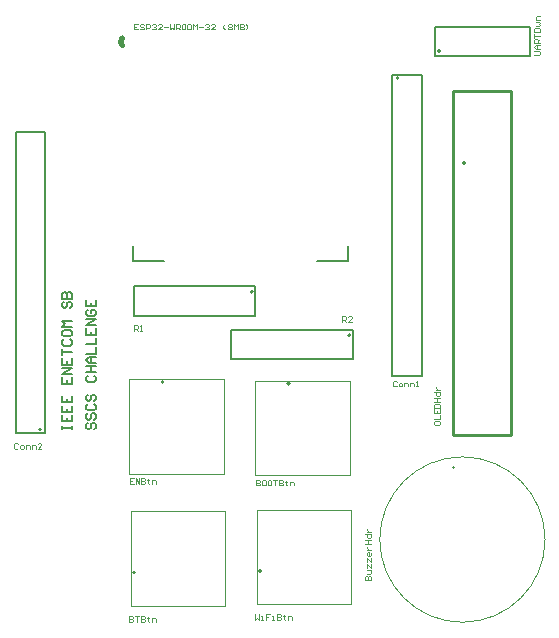
<source format=gto>
G04*
G04 #@! TF.GenerationSoftware,Altium Limited,Altium Designer,23.1.1 (15)*
G04*
G04 Layer_Color=65535*
%FSLAX44Y44*%
%MOMM*%
G71*
G04*
G04 #@! TF.SameCoordinates,A58621D0-7F8E-4CF1-AD1D-3CF83AC58B01*
G04*
G04*
G04 #@! TF.FilePolarity,Positive*
G04*
G01*
G75*
%ADD10C,0.1270*%
%ADD11C,0.1000*%
%ADD12C,0.5080*%
%ADD13C,0.2540*%
%ADD14C,0.1524*%
%ADD15C,0.2000*%
D10*
X956040Y1464310D02*
G03*
X956040Y1464310I-1000J0D01*
G01*
X807450Y1277620D02*
G03*
X807450Y1277620I-1000J0D01*
G01*
X700770Y1278890D02*
G03*
X700770Y1278890I-1000J0D01*
G01*
X783320Y1118870D02*
G03*
X783320Y1118870I-1000J0D01*
G01*
X676640Y1117600D02*
G03*
X676640Y1117600I-1000J0D01*
G01*
X597010Y1238850D02*
G03*
X597010Y1238850I-1000J0D01*
G01*
X899780Y1536100D02*
G03*
X899780Y1536100I-1000J0D01*
G01*
X858920Y1318640D02*
G03*
X858920Y1318640I-1000J0D01*
G01*
X776370Y1355470D02*
G03*
X776370Y1355470I-1000J0D01*
G01*
X935050Y1559180D02*
G03*
X935050Y1559180I-1000J0D01*
G01*
X575510Y1235750D02*
X600510D01*
X575510D02*
Y1490980D01*
X600510Y1235750D02*
Y1490980D01*
X575510D02*
X600510D01*
X894280Y1283970D02*
X919280D01*
X894280D02*
Y1539200D01*
X919280Y1283970D02*
Y1539200D01*
X894280D02*
X919280D01*
X758190Y1323140D02*
X861020D01*
X758190Y1298140D02*
Y1323140D01*
Y1298140D02*
X861020D01*
Y1323140D01*
X778470Y1334970D02*
Y1359970D01*
X675640Y1334970D02*
X778470D01*
X675640D02*
Y1359970D01*
X778470D01*
X1010920Y1554680D02*
Y1579680D01*
X930950Y1554680D02*
Y1579680D01*
X1010920D01*
X930950Y1554680D02*
X1010920D01*
D11*
X947150Y1206500D02*
G03*
X947150Y1206500I-1000J0D01*
G01*
X1023770Y1145540D02*
G03*
X1023770Y1145540I-70000J0D01*
G01*
X778510Y1280150D02*
X858510D01*
X778510Y1200150D02*
X858510D01*
Y1280150D01*
X778510Y1200150D02*
Y1280150D01*
X671830Y1281420D02*
X751830D01*
X671830Y1201420D02*
X751830D01*
Y1281420D01*
X671830Y1201420D02*
Y1281420D01*
X779790Y1090930D02*
Y1170930D01*
X859790Y1090930D02*
Y1170930D01*
X779790D02*
X859790D01*
X779790Y1090930D02*
X859790D01*
X673110Y1089660D02*
Y1169660D01*
X753110Y1089660D02*
Y1169660D01*
X673110D02*
X753110D01*
X673110Y1089660D02*
X753110D01*
X871261Y1111597D02*
X876259D01*
Y1114096D01*
X875426Y1114929D01*
X874593D01*
X873760Y1114096D01*
Y1111597D01*
Y1114096D01*
X872927Y1114929D01*
X872094D01*
X871261Y1114096D01*
Y1111597D01*
X872927Y1116595D02*
X875426D01*
X876259Y1117428D01*
Y1119928D01*
X872927D01*
Y1121594D02*
Y1124926D01*
X876259Y1121594D01*
Y1124926D01*
X872927Y1126592D02*
Y1129924D01*
X876259Y1126592D01*
Y1129924D01*
Y1134090D02*
Y1132423D01*
X875426Y1131590D01*
X873760D01*
X872927Y1132423D01*
Y1134090D01*
X873760Y1134923D01*
X874593D01*
Y1131590D01*
X872927Y1136589D02*
X876259D01*
X874593D01*
X873760Y1137422D01*
X872927Y1138255D01*
Y1139088D01*
X871261Y1141587D02*
X876259D01*
X873760D01*
Y1144919D01*
X871261D01*
X876259D01*
X871261Y1149918D02*
X876259D01*
Y1147419D01*
X875426Y1146585D01*
X873760D01*
X872927Y1147419D01*
Y1149918D01*
Y1151584D02*
X876259D01*
X874593D01*
X873760Y1152417D01*
X872927Y1153250D01*
Y1154083D01*
X671576Y1080942D02*
Y1075944D01*
X674075D01*
X674908Y1076777D01*
Y1077610D01*
X674075Y1078443D01*
X671576D01*
X674075D01*
X674908Y1079276D01*
Y1080109D01*
X674075Y1080942D01*
X671576D01*
X676574D02*
X679907D01*
X678241D01*
Y1075944D01*
X681573Y1080942D02*
Y1075944D01*
X684072D01*
X684905Y1076777D01*
Y1077610D01*
X684072Y1078443D01*
X681573D01*
X684072D01*
X684905Y1079276D01*
Y1080109D01*
X684072Y1080942D01*
X681573D01*
X687404Y1080109D02*
Y1079276D01*
X686571D01*
X688237D01*
X687404D01*
Y1076777D01*
X688237Y1075944D01*
X690736D02*
Y1079276D01*
X693236D01*
X694069Y1078443D01*
Y1075944D01*
X778256Y1082212D02*
Y1077214D01*
X779922Y1078880D01*
X781588Y1077214D01*
Y1082212D01*
X783254Y1077214D02*
X784921D01*
X784087D01*
Y1080546D01*
X783254D01*
X790752Y1082212D02*
X787420D01*
Y1079713D01*
X789086D01*
X787420D01*
Y1077214D01*
X792418D02*
X794084D01*
X793251D01*
Y1080546D01*
X792418D01*
X796583Y1082212D02*
Y1077214D01*
X799083D01*
X799916Y1078047D01*
Y1078880D01*
X799083Y1079713D01*
X796583D01*
X799083D01*
X799916Y1080546D01*
Y1081379D01*
X799083Y1082212D01*
X796583D01*
X802415Y1081379D02*
Y1080546D01*
X801582D01*
X803248D01*
X802415D01*
Y1078047D01*
X803248Y1077214D01*
X805747D02*
Y1080546D01*
X808246D01*
X809079Y1079713D01*
Y1077214D01*
X679331Y1582379D02*
X675999D01*
Y1577381D01*
X679331D01*
X675999Y1579880D02*
X677665D01*
X684330Y1581546D02*
X683497Y1582379D01*
X681830D01*
X680997Y1581546D01*
Y1580713D01*
X681830Y1579880D01*
X683497D01*
X684330Y1579047D01*
Y1578214D01*
X683497Y1577381D01*
X681830D01*
X680997Y1578214D01*
X685996Y1577381D02*
Y1582379D01*
X688495D01*
X689328Y1581546D01*
Y1579880D01*
X688495Y1579047D01*
X685996D01*
X690994Y1581546D02*
X691827Y1582379D01*
X693493D01*
X694326Y1581546D01*
Y1580713D01*
X693493Y1579880D01*
X692660D01*
X693493D01*
X694326Y1579047D01*
Y1578214D01*
X693493Y1577381D01*
X691827D01*
X690994Y1578214D01*
X699325Y1577381D02*
X695993D01*
X699325Y1580713D01*
Y1581546D01*
X698492Y1582379D01*
X696825D01*
X695993Y1581546D01*
X700991Y1579880D02*
X704323D01*
X705989Y1582379D02*
Y1577381D01*
X707655Y1579047D01*
X709321Y1577381D01*
Y1582379D01*
X710988Y1577381D02*
Y1582379D01*
X713487D01*
X714320Y1581546D01*
Y1579880D01*
X713487Y1579047D01*
X710988D01*
X712654D02*
X714320Y1577381D01*
X718485Y1582379D02*
X716819D01*
X715986Y1581546D01*
Y1578214D01*
X716819Y1577381D01*
X718485D01*
X719318Y1578214D01*
Y1581546D01*
X718485Y1582379D01*
X723484D02*
X721817D01*
X720984Y1581546D01*
Y1578214D01*
X721817Y1577381D01*
X723484D01*
X724316Y1578214D01*
Y1581546D01*
X723484Y1582379D01*
X725983Y1577381D02*
Y1582379D01*
X727649Y1580713D01*
X729315Y1582379D01*
Y1577381D01*
X730981Y1579880D02*
X734313D01*
X735979Y1581546D02*
X736812Y1582379D01*
X738479D01*
X739312Y1581546D01*
Y1580713D01*
X738479Y1579880D01*
X737645D01*
X738479D01*
X739312Y1579047D01*
Y1578214D01*
X738479Y1577381D01*
X736812D01*
X735979Y1578214D01*
X744310Y1577381D02*
X740978D01*
X744310Y1580713D01*
Y1581546D01*
X743477Y1582379D01*
X741811D01*
X740978Y1581546D01*
X752641Y1577381D02*
X750975Y1579047D01*
Y1580713D01*
X752641Y1582379D01*
X755140Y1581546D02*
X755973Y1582379D01*
X757639D01*
X758472Y1581546D01*
Y1580713D01*
X757639Y1579880D01*
X758472Y1579047D01*
Y1578214D01*
X757639Y1577381D01*
X755973D01*
X755140Y1578214D01*
Y1579047D01*
X755973Y1579880D01*
X755140Y1580713D01*
Y1581546D01*
X755973Y1579880D02*
X757639D01*
X760138Y1577381D02*
Y1582379D01*
X761804Y1580713D01*
X763470Y1582379D01*
Y1577381D01*
X765136Y1582379D02*
Y1577381D01*
X767636D01*
X768469Y1578214D01*
Y1579047D01*
X767636Y1579880D01*
X765136D01*
X767636D01*
X768469Y1580713D01*
Y1581546D01*
X767636Y1582379D01*
X765136D01*
X770135Y1577381D02*
X771801Y1579047D01*
Y1580713D01*
X770135Y1582379D01*
X675346Y1197569D02*
X672014D01*
Y1192571D01*
X675346D01*
X672014Y1195070D02*
X673680D01*
X677012Y1192571D02*
Y1197569D01*
X680344Y1192571D01*
Y1197569D01*
X682010D02*
Y1192571D01*
X684510D01*
X685343Y1193404D01*
Y1194237D01*
X684510Y1195070D01*
X682010D01*
X684510D01*
X685343Y1195903D01*
Y1196736D01*
X684510Y1197569D01*
X682010D01*
X687842Y1196736D02*
Y1195903D01*
X687009D01*
X688675D01*
X687842D01*
Y1193404D01*
X688675Y1192571D01*
X691174D02*
Y1195903D01*
X693673D01*
X694506Y1195070D01*
Y1192571D01*
X778775Y1196299D02*
Y1191301D01*
X781274D01*
X782108Y1192134D01*
Y1192967D01*
X781274Y1193800D01*
X778775D01*
X781274D01*
X782108Y1194633D01*
Y1195466D01*
X781274Y1196299D01*
X778775D01*
X786273D02*
X784607D01*
X783774Y1195466D01*
Y1192134D01*
X784607Y1191301D01*
X786273D01*
X787106Y1192134D01*
Y1195466D01*
X786273Y1196299D01*
X791271D02*
X789605D01*
X788772Y1195466D01*
Y1192134D01*
X789605Y1191301D01*
X791271D01*
X792104Y1192134D01*
Y1195466D01*
X791271Y1196299D01*
X793770D02*
X797103D01*
X795436D01*
Y1191301D01*
X798769Y1196299D02*
Y1191301D01*
X801268D01*
X802101Y1192134D01*
Y1192967D01*
X801268Y1193800D01*
X798769D01*
X801268D01*
X802101Y1194633D01*
Y1195466D01*
X801268Y1196299D01*
X798769D01*
X804600Y1195466D02*
Y1194633D01*
X803767D01*
X805433D01*
X804600D01*
Y1192134D01*
X805433Y1191301D01*
X807932D02*
Y1194633D01*
X810432D01*
X811265Y1193800D01*
Y1191301D01*
X676118Y1322111D02*
Y1327109D01*
X678617D01*
X679450Y1326276D01*
Y1324610D01*
X678617Y1323777D01*
X676118D01*
X677784D02*
X679450Y1322111D01*
X681116D02*
X682782D01*
X681949D01*
Y1327109D01*
X681116Y1326276D01*
X851815Y1329731D02*
Y1334729D01*
X854314D01*
X855147Y1333896D01*
Y1332230D01*
X854314Y1331397D01*
X851815D01*
X853481D02*
X855147Y1329731D01*
X860145D02*
X856813D01*
X860145Y1333063D01*
Y1333896D01*
X859312Y1334729D01*
X857646D01*
X856813Y1333896D01*
X898012Y1279286D02*
X897179Y1280119D01*
X895513D01*
X894680Y1279286D01*
Y1275954D01*
X895513Y1275121D01*
X897179D01*
X898012Y1275954D01*
X900512Y1275121D02*
X902178D01*
X903011Y1275954D01*
Y1277620D01*
X902178Y1278453D01*
X900512D01*
X899679Y1277620D01*
Y1275954D01*
X900512Y1275121D01*
X904677D02*
Y1278453D01*
X907176D01*
X908009Y1277620D01*
Y1275121D01*
X909675D02*
Y1278453D01*
X912175D01*
X913008Y1277620D01*
Y1275121D01*
X914674D02*
X916340D01*
X915507D01*
Y1280119D01*
X914674Y1279286D01*
X929652Y1244830D02*
X929649Y1243164D01*
X930480Y1242329D01*
X933812Y1242322D01*
X934647Y1243153D01*
X934650Y1244819D01*
X933819Y1245654D01*
X930487Y1245661D01*
X929652Y1244830D01*
X929657Y1247329D02*
X934656Y1247318D01*
X934663Y1250651D01*
X929675Y1255659D02*
X929668Y1252327D01*
X934666Y1252317D01*
X934673Y1255649D01*
X932167Y1252322D02*
X932170Y1253988D01*
X929678Y1257326D02*
X934677Y1257315D01*
X934682Y1259814D01*
X933850Y1260649D01*
X930518Y1260656D01*
X929683Y1259825D01*
X929678Y1257326D01*
X929689Y1262324D02*
X934687Y1262314D01*
X932188Y1262319D01*
X932195Y1265651D01*
X929696Y1265656D01*
X934694Y1265646D01*
X929706Y1270655D02*
X934704Y1270644D01*
X934699Y1268145D01*
X933864Y1267314D01*
X932198Y1267317D01*
X931367Y1268152D01*
X931372Y1270651D01*
X931376Y1272317D02*
X934708Y1272310D01*
X933042Y1272314D01*
X932210Y1273149D01*
X931379Y1273983D01*
X931381Y1274816D01*
X1014771Y1555599D02*
X1018936D01*
X1019769Y1556432D01*
Y1558098D01*
X1018936Y1558931D01*
X1014771D01*
X1019769Y1560597D02*
X1016437D01*
X1014771Y1562263D01*
X1016437Y1563929D01*
X1019769D01*
X1017270D01*
Y1560597D01*
X1019769Y1565596D02*
X1014771D01*
Y1568095D01*
X1015604Y1568928D01*
X1017270D01*
X1018103Y1568095D01*
Y1565596D01*
Y1567262D02*
X1019769Y1568928D01*
X1014771Y1570594D02*
Y1573926D01*
Y1572260D01*
X1019769D01*
X1014771Y1575592D02*
X1019769D01*
Y1578091D01*
X1018936Y1578925D01*
X1015604D01*
X1014771Y1578091D01*
Y1575592D01*
X1016437Y1580591D02*
X1018936D01*
X1019769Y1581424D01*
X1018936Y1582257D01*
X1019769Y1583090D01*
X1018936Y1583923D01*
X1016437D01*
X1019769Y1585589D02*
X1016437D01*
Y1588088D01*
X1017270Y1588921D01*
X1019769D01*
X577372Y1226667D02*
X576539Y1227500D01*
X574873D01*
X574040Y1226667D01*
Y1223335D01*
X574873Y1222502D01*
X576539D01*
X577372Y1223335D01*
X579871Y1222502D02*
X581538D01*
X582371Y1223335D01*
Y1225001D01*
X581538Y1225834D01*
X579871D01*
X579038Y1225001D01*
Y1223335D01*
X579871Y1222502D01*
X584037D02*
Y1225834D01*
X586536D01*
X587369Y1225001D01*
Y1222502D01*
X589035D02*
Y1225834D01*
X591534D01*
X592367Y1225001D01*
Y1222502D01*
X597366D02*
X594034D01*
X597366Y1225834D01*
Y1226667D01*
X596533Y1227500D01*
X594866D01*
X594034Y1226667D01*
D12*
X665672Y1569963D02*
G03*
X665672Y1564171I2475J-2896D01*
G01*
D13*
X946150Y1525270D02*
X994690D01*
X946150Y1234440D02*
X994690D01*
Y1525270D01*
X946150Y1234440D02*
Y1525270D01*
D14*
X674497Y1381252D02*
X700888D01*
X857123D02*
Y1394195D01*
X674497Y1381252D02*
Y1394195D01*
X830732Y1381252D02*
X857123D01*
D15*
X636496Y1244312D02*
X635163Y1242979D01*
Y1240313D01*
X636496Y1238980D01*
X637828D01*
X639161Y1240313D01*
Y1242979D01*
X640494Y1244312D01*
X641827D01*
X643160Y1242979D01*
Y1240313D01*
X641827Y1238980D01*
X636496Y1252309D02*
X635163Y1250976D01*
Y1248310D01*
X636496Y1246977D01*
X637828D01*
X639161Y1248310D01*
Y1250976D01*
X640494Y1252309D01*
X641827D01*
X643160Y1250976D01*
Y1248310D01*
X641827Y1246977D01*
X636496Y1260306D02*
X635163Y1258974D01*
Y1256308D01*
X636496Y1254975D01*
X641827D01*
X643160Y1256308D01*
Y1258974D01*
X641827Y1260306D01*
X636496Y1268304D02*
X635163Y1266971D01*
Y1264305D01*
X636496Y1262972D01*
X637828D01*
X639161Y1264305D01*
Y1266971D01*
X640494Y1268304D01*
X641827D01*
X643160Y1266971D01*
Y1264305D01*
X641827Y1262972D01*
X636496Y1284299D02*
X635163Y1282966D01*
Y1280300D01*
X636496Y1278967D01*
X641827D01*
X643160Y1280300D01*
Y1282966D01*
X641827Y1284299D01*
X635163Y1286965D02*
X643160D01*
X639161D01*
Y1292296D01*
X635163D01*
X643160D01*
Y1294962D02*
X637828D01*
X635163Y1297628D01*
X637828Y1300293D01*
X643160D01*
X639161D01*
Y1294962D01*
X635163Y1302959D02*
X643160D01*
Y1308291D01*
X635163Y1310957D02*
X643160D01*
Y1316288D01*
X635163Y1324286D02*
Y1318954D01*
X643160D01*
Y1324286D01*
X639161Y1318954D02*
Y1321620D01*
X643160Y1326952D02*
X635163D01*
X643160Y1332283D01*
X635163D01*
X636496Y1340281D02*
X635163Y1338948D01*
Y1336282D01*
X636496Y1334949D01*
X641827D01*
X643160Y1336282D01*
Y1338948D01*
X641827Y1340281D01*
X639161D01*
Y1337615D01*
X635163Y1348278D02*
Y1342946D01*
X643160D01*
Y1348278D01*
X639161Y1342946D02*
Y1345612D01*
X614843Y1238980D02*
Y1241646D01*
Y1240313D01*
X622840D01*
Y1238980D01*
Y1241646D01*
X614843Y1250976D02*
Y1245645D01*
X622840D01*
Y1250976D01*
X618841Y1245645D02*
Y1248310D01*
X614843Y1258974D02*
Y1253642D01*
X622840D01*
Y1258974D01*
X618841Y1253642D02*
Y1256308D01*
X614843Y1266971D02*
Y1261639D01*
X622840D01*
Y1266971D01*
X618841Y1261639D02*
Y1264305D01*
X614843Y1282966D02*
Y1277634D01*
X622840D01*
Y1282966D01*
X618841Y1277634D02*
Y1280300D01*
X622840Y1285632D02*
X614843D01*
X622840Y1290963D01*
X614843D01*
Y1298961D02*
Y1293629D01*
X622840D01*
Y1298961D01*
X618841Y1293629D02*
Y1296295D01*
X614843Y1301626D02*
Y1306958D01*
Y1304292D01*
X622840D01*
X616175Y1314955D02*
X614843Y1313623D01*
Y1310957D01*
X616175Y1309624D01*
X621507D01*
X622840Y1310957D01*
Y1313623D01*
X621507Y1314955D01*
X614843Y1321620D02*
Y1318954D01*
X616175Y1317621D01*
X621507D01*
X622840Y1318954D01*
Y1321620D01*
X621507Y1322953D01*
X616175D01*
X614843Y1321620D01*
X622840Y1325619D02*
X614843D01*
X617508Y1328284D01*
X614843Y1330950D01*
X622840D01*
X616175Y1346945D02*
X614843Y1345612D01*
Y1342946D01*
X616175Y1341614D01*
X617508D01*
X618841Y1342946D01*
Y1345612D01*
X620174Y1346945D01*
X621507D01*
X622840Y1345612D01*
Y1342946D01*
X621507Y1341614D01*
X614843Y1349611D02*
X622840D01*
Y1353610D01*
X621507Y1354943D01*
X620174D01*
X618841Y1353610D01*
Y1349611D01*
Y1353610D01*
X617508Y1354943D01*
X616175D01*
X614843Y1353610D01*
Y1349611D01*
M02*

</source>
